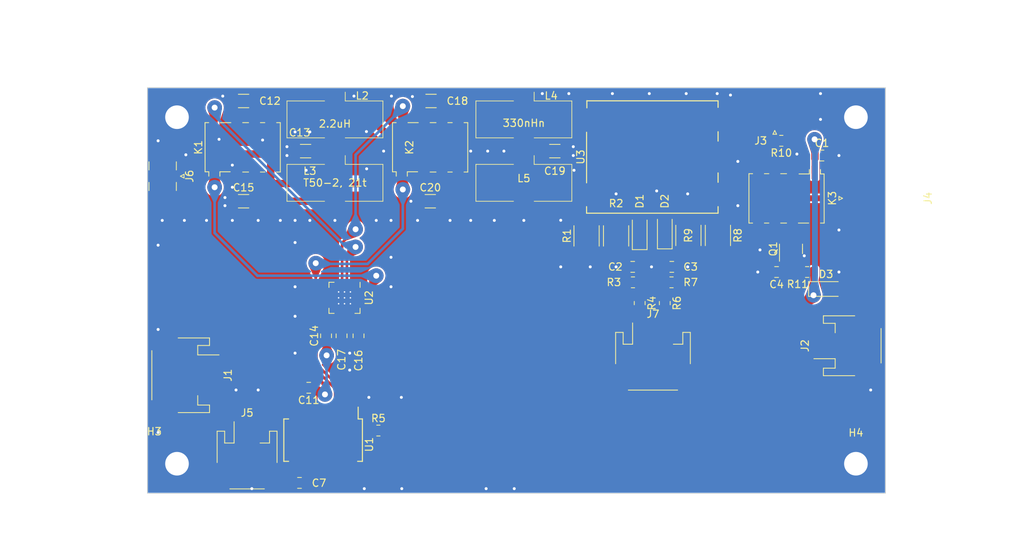
<source format=kicad_pcb>
(kicad_pcb (version 20221018) (generator pcbnew)
  (layers (0 "F.Cu" signal) (31 "B.Cu" signal) (34 "B.Paste" user) (35 "F.Paste" user) (36 "B.SilkS" user "B.Silkscreen") (37 "F.SilkS" user "F.Silkscreen") (38 "B.Mask" user) (39 "F.Mask" user) (44 "Edge.Cuts" user))
  (net 0 "")
  (net 1 "+5V_TX")
  (net 2 "Earth")
  (net 3 "Net-(D1-K)")
  (net 4 "Net-(D2-K)")
  (net 5 "Net-(U1-A0)")
  (net 6 "+5V")
  (net 7 "/FLT4M_1")
  (net 8 "/FLT4M_2")
  (net 9 "Net-(U2-VCP)")
  (net 10 "/FLT4M_3")
  (net 11 "Net-(U2-VINT)")
  (net 12 "/FLT30M_1")
  (net 13 "/FLT30M_2")
  (net 14 "/FLT30M_3")
  (net 15 "Net-(D1-A)")
  (net 16 "Net-(D2-A)")
  (net 17 "SCL")
  (net 18 "SDA")
  (net 19 "/ANT")
  (net 20 "Net-(J4-In)")
  (net 21 "/FLT_IN")
  (net 22 "/FWD")
  (net 23 "/REF")
  (net 24 "/S80M")
  (net 25 "/FLT_OUT")
  (net 26 "/R80M")
  (net 27 "/S10M")
  (net 28 "/R10M")
  (net 29 "/OUT")
  (net 30 "/S_80M")
  (net 31 "/R_80M")
  (net 33 "/R_10M")
  (net 34 "/S_10M")
  (net 51 "Net-(Q1-G)")
  (footprint "Resistor_SMD:R_1812_4532Metric" (layer "F.Cu") (at 213.5 79.1 90)
    (fp_text reference "R2")
    (fp_text value "101")
  )
  (footprint "Resistor_SMD:R_0805_2012Metric" (layer "F.Cu") (at 239.3875 84 180)
    (fp_text reference "R11")
    (fp_text value "102")
  )
  (footprint "MountingHole:MountingHole_3.2mm_M3_Pad" (layer "F.Cu") (at 154 110)
    (fp_text reference "H3")
    (fp_text value "MH")
  )
  (footprint "MountingHole:MountingHole_3.2mm_M3_Pad" (layer "F.Cu") (at 246 63)
    (fp_text reference "H2" hide)
    (fp_text value "MH")
  )
  (footprint "Diode_SMD:D_SOD-123" (layer "F.Cu") (at 220.1 78.5 90)
    (fp_text reference "D2")
    (fp_text value "D")
  )
  (footprint "Package_SO:SSOP-28_5.3x10.2mm_P0.65mm" (layer "F.Cu") (at 173.8 106.8 -90)
    (fp_text reference "U1")
    (fp_text value "MCP23017_SS")
  )
  (footprint "Capacitor_SMD:C_0805_2012Metric" (layer "F.Cu") (at 178.6 92.65 90)
    (fp_text reference "C16")
    (fp_text value "106")
  )
  (footprint "Resistor_SMD:R_0805_2012Metric" (layer "F.Cu") (at 216.7 88.2125 -90)
    (fp_text reference "R4")
    (fp_text value "102")
  )
  (footprint "MountingHole:MountingHole_3.2mm_M3_Pad" (layer "F.Cu") (at 246 110)
    (fp_text reference "H4")
    (fp_text value "MH")
  )
  (footprint "Capacitor_SMD:C_0805_2012Metric" (layer "F.Cu") (at 235.25 84 180)
    (fp_text reference "C4")
    (fp_text value "104")
  )
  (footprint "Connector_Coaxial:SMA_Amphenol_132289_EdgeMount" (layer "F.Cu") (at 235 61.6 90)
    (fp_text reference "J3")
    (fp_text value "ANTENNA")
  )
  (footprint "Capacitor_SMD:C_0805_2012Metric" (layer "F.Cu") (at 170.6 112.6)
    (fp_text reference "C7")
    (fp_text value "104")
  )
  (footprint "Connector_JST:JST_PH_S2B-PH-SM4-TB_1x02-1MP_P2.00mm_Horizontal" (layer "F.Cu") (at 244.9 94 90)
    (fp_text reference "J2")
    (fp_text value "+5V_TX")
  )
  (footprint "Relay_SMD:Relay_DPDT_Omron_G6K-2F-Y" (layer "F.Cu") (at 236.6 74 -90)
    (fp_text reference "K3")
    (fp_text value "HFD4-4/5")
  )
  (footprint "Resistor_SMD:R_1812_4532Metric" (layer "F.Cu") (at 209.5 79.1 90)
    (fp_text reference "R1")
    (fp_text value "101")
  )
  (footprint "Diode_SMD:D_SOD-123" (layer "F.Cu") (at 216.7 78.6 90)
    (fp_text reference "D1")
    (fp_text value "D")
  )
  (footprint "Capacitor_SMD:C_0805_2012Metric" (layer "F.Cu") (at 174.2 92.65 -90)
    (fp_text reference "C14")
    (fp_text value "104")
  )
  (footprint "Connector_JST:JST_PH_S3B-PH-SM4-TB_1x03-1MP_P2.00mm_Horizontal" (layer "F.Cu") (at 218.5 95.5)
    (fp_text reference "J7")
    (fp_text value "Conn_01x03_MountingPin")
  )
  (footprint "Capacitor_SMD:C_0805_2012Metric" (layer "F.Cu") (at 176.3 92.65 90)
    (fp_text reference "C17")
    (fp_text value "104")
  )
  (footprint "Connector_Coaxial:SMA_Amphenol_132289_EdgeMount" (layer "F.Cu") (at 247.4 74)
    (fp_text reference "J4")
    (fp_text value "RX_BPF")
  )
  (footprint "Capacitor_SMD:C_1206_3216Metric" (layer "F.Cu") (at 188.325 74.4)
    (fp_text reference "C20")
    (fp_text value "100p")
  )
  (footprint "Capacitor_SMD:C_0805_2012Metric" (layer "F.Cu") (at 241.4 68.2)
    (fp_text reference "C1")
    (fp_text value "104")
  )
  (footprint "PhilsFootprintLibrary:Balun_5PIN_BN-43-202_SMD_SWR_Bridge" (layer "F.Cu") (at 218.4 68.4 180)
    (fp_text reference "U3")
    (fp_text value "1T:20T, BN-43-202")
  )
  (footprint "Connector_JST:JST_PH_S3B-PH-SM4-TB_1x03-1MP_P2.00mm_Horizontal" (layer "F.Cu") (at 155.1 98 -90)
    (fp_text reference "J1")
    (fp_text value "SPI")
  )
  (footprint "Capacitor_SMD:C_1206_3216Metric" (layer "F.Cu") (at 163.025 74.4)
    (fp_text reference "C15")
    (fp_text value "102")
  )
  (footprint "Capacitor_SMD:C_0805_2012Metric" (layer "F.Cu") (at 171.85 99.7 180)
    (fp_text reference "C11")
    (fp_text value "104")
  )
  (footprint "Capacitor_SMD:C_1206_3216Metric" (layer "F.Cu") (at 163.025 60.8)
    (fp_text reference "C12")
    (fp_text value "102")
  )
  (footprint "Resistor_SMD:R_1812_4532Metric" (layer "F.Cu") (at 223.3 79.0375 -90)
    (fp_text reference "R9")
    (fp_text value "101")
  )
  (footprint "Capacitor_SMD:C_1206_3216Metric" (layer "F.Cu") (at 188.425 60.8)
    (fp_text reference "C18")
    (fp_text value "100p")
  )
  (footprint "MountingHole:MountingHole_3.2mm_M3_Pad" (layer "F.Cu") (at 154 63)
    (fp_text reference "H1" hide)
    (fp_text value "MH")
  )
  (footprint "Capacitor_SMD:C_0805_2012Metric" (layer "F.Cu") (at 221.05 83.3 180)
    (fp_text reference "C3")
    (fp_text value "104")
  )
  (footprint "Resistor_SMD:R_0805_2012Metric" (layer "F.Cu") (at 220.1 88.2125 -90)
    (fp_text reference "R6")
    (fp_text value "102")
  )
  (footprint "Package_TO_SOT_SMD:SOT-23" (layer "F.Cu") (at 237.2 80.8625 90)
    (fp_text reference "Q1")
    (fp_text value "BSS138")
  )
  (footprint "Resistor_SMD:R_0805_2012Metric" (layer "F.Cu") (at 221.0125 85.4)
    (fp_text reference "R7")
    (fp_text value "223")
  )
  (footprint "PhilsFootprintLibrary:L_T50_L13_W8_P5mm" (layer "F.Cu") (at 201 63.3 -90)
    (fp_text reference "L4")
    (fp_text value "330nHn")
  )
  (footprint "Resistor_SMD:R_0805_2012Metric" (layer "F.Cu") (at 181.2875 105.5)
    (fp_text reference "R5")
    (fp_text value "103")
  )
  (footprint "Connector_Coaxial:SMA_Samtec_SMA-J-P-X-ST-EM1_EdgeMount" (layer "F.Cu") (at 152.2 71 -90)
    (fp_text reference "J6")
    (fp_text value "TX_AMP_IN")
  )
  (footprint "PhilsFootprintLibrary:L_T50_L13_W8_P5mm" (layer "F.Cu") (at 201 71.9 -90)
    (fp_text reference "L5")
    (fp_text value "330n, 6t on 10mm")
  )
  (footprint "Package_DFN_QFN:Texas_S-PWQFN-N16_EP2.1x2.1mm_ThermalVias" (layer "F.Cu") (at 176.7 87.5 -90)
    (fp_text reference "U2")
    (fp_text value "DRV8833RTY")
  )
  (footprint "PhilsFootprintLibrary:L_T50_L13_W8_P5mm" (layer "F.Cu") (at 175.4 71.9 -90)
    (fp_text reference "L3")
    (fp_text value "T50-2, 21t")
  )
  (footprint "Connector_JST:JST_PH_S2B-PH-SM4-TB_1x02-1MP_P2.00mm_Horizontal" (layer "F.Cu") (at 163.5 108.9)
    (fp_text reference "J5")
    (fp_text value "+5V")
  )
  (footprint "Relay_SMD:Relay_DPDT_Omron_G6K-2F-Y" (layer "F.Cu") (at 162.9 67.1 90)
    (fp_text reference "K1")
    (fp_text value "HFD4-4/5-LS")
  )
  (footprint "Capacitor_SMD:C_0805_2012Metric" (layer "F.Cu") (at 215.75 83.3 180)
    (fp_text reference "C2")
    (fp_text value "104")
  )
  (footprint "Relay_SMD:Relay_DPDT_Omron_G6K-2F-Y" (layer "F.Cu") (at 188.3 67.1 90)
    (fp_text reference "K2")
    (fp_text value "HFD4-4/5-LS")
  )
  (footprint "Capacitor_SMD:C_1206_3216Metric" (layer "F.Cu") (at 171.425 67.6)
    (fp_text reference "C13")
    (fp_text value "152")
  )
  (footprint "Diode_SMD:D_SOD-123" (layer "F.Cu") (at 241.95 86.3)
    (fp_text reference "D3")
    (fp_text value "1N4148W")
  )
  (footprint "Resistor_SMD:R_0805_2012Metric" (layer "F.Cu") (at 215.7875 85.4)
    (fp_text reference "R3")
    (fp_text value "223")
  )
  (footprint "Resistor_SMD:R_0805_2012Metric" (layer "F.Cu") (at 235.8875 66.2 180)
    (fp_text reference "R10")
    (fp_text value "104")
  )
  (footprint "Capacitor_SMD:C_1206_3216Metric" (layer "F.Cu") (at 205.2 67.6 180)
    (fp_text reference "C19")
    (fp_text value "220p")
  )
  (footprint "Resistor_SMD:R_1812_4532Metric" (layer "F.Cu") (at 227.3 79.0375 -90)
    (fp_text reference "R8")
    (fp_text value "101")
  )
  (footprint "PhilsFootprintLibrary:L_T50_L13_W8_P5mm" (layer "F.Cu") (at 175.4 63.3 -90)
    (fp_text reference "L2")
    (fp_text value "2.2uH")
  )
  (gr_line locked (start 150 114) (end 150 59) (stroke (width 0.1)) (layer "Edge.Cuts"))
  (gr_line (start 250 114) (end 150 114) (stroke (width 0.1)) (layer "Edge.Cuts"))
  (gr_line (start 250 59) (end 250 114) (stroke (width 0.1)) (layer "Edge.Cuts"))
  (gr_line locked (start 150 59) (end 250 59) (stroke (width 0.1)) (layer "Edge.Cuts"))
  (segment (start 240.25 84.05) (end 240.3 84) (width 0.8) (layer "F.Cu") (net 1))
  (segment (start 238.8 95) (end 242.05 95) (width 0.8) (layer "F.Cu") (net 1))
  (segment (start 238.8 88.6) (end 238.8 95) (width 0.8) (layer "F.Cu") (net 1))
  (segment (start 240.4 66) (end 240.4 70.5) (width 0.8) (layer "F.Cu") (net 1))
  (segment (start 240.25 87.15) (end 240.25 84.05) (width 0.8) (layer "F.Cu") (net 1))
  (segment (start 240.25 87.15) (end 238.8 88.6) (width 0.8) (layer "F.Cu") (net 1))
  (via (at 240.25 87.15) (size 2) (drill 0.8) (layers "F.Cu" "B.Cu") (net 1))
  (via (at 240.4 66) (size 2) (drill 0.8) (layers "F.Cu" "B.Cu") (net 1))
  (segment (start 240.446446 66.046446) (end 240.446446 86.953554) (width 0.8) (layer "B.Cu") (net 1))
  (segment (start 240.446446 86.953554) (end 240.25 87.15) (width 0.8) (layer "B.Cu") (net 1))
  (segment (start 240.4 66) (end 240.446446 66.046446) (width 0.8) (layer "B.Cu") (net 1))
  (segment (start 177.4 91.18419) (end 177.4 93.6) (width 0.35) (layer "F.Cu") (net 2))
  (segment (start 176.3 93.6) (end 177.4 93.6) (width 0.35) (layer "F.Cu") (net 2))
  (segment (start 177.4 93.6) (end 178.6 93.6) (width 0.35) (layer "F.Cu") (net 2))
  (segment (start 177.025 89.3625) (end 177.025 90.80919) (width 0.35) (layer "F.Cu") (net 2))
  (segment (start 177.025 90.80919) (end 177.4 91.18419) (width 0.35) (layer "F.Cu") (net 2))
  (via (at 181 77) (size 0.8) (drill 0.4) (layers "F.Cu" "B.Cu") (net 2))
  (via (at 213.5 83.3) (size 0.8) (drill 0.4) (layers "F.Cu" "B.Cu") (net 2))
  (via (at 152 77) (size 0.8) (drill 0.4) (layers "F.Cu" "B.Cu") (net 2))
  (via (at 160.5 73.9) (size 0.8) (drill 0.4) (layers "F.Cu" "B.Cu") (net 2))
  (via (at 161.5 72.5) (size 0.8) (drill 0.4) (layers "F.Cu" "B.Cu") (net 2))
  (via (at 165 77) (size 0.8) (drill 0.4) (layers "F.Cu" "B.Cu") (net 2))
  (via (at 213.5 73.4) (size 0.8) (drill 0.4) (layers "F.Cu" "B.Cu") (net 2))
  (via (at 207.7 68.2) (size 0.8) (drill 0.4) (layers "F.Cu" "B.Cu") (net 2))
  (via (at 183 86) (size 0.8) (drill 0.4) (layers "F.Cu" "B.Cu") (net 2))
  (via (at 198.3 67.6) (size 0.8) (drill 0.4) (layers "F.Cu" "B.Cu") (net 2))
  (via (at 170 86) (size 0.8) (drill 0.4) (layers "F.Cu" "B.Cu") (net 2))
  (via (at 239 81.8) (size 0.8) (drill 0.4) (layers "F.Cu" "B.Cu") (net 2))
  (via (at 191 77) (size 0.8) (drill 0.4) (layers "F.Cu" "B.Cu") (net 2))
  (via (at 223.2 73.4) (size 0.8) (drill 0.4) (layers "F.Cu" "B.Cu") (net 2))
  (via (at 218 59.8) (size 0.8) (drill 0.4) (layers "F.Cu" "B.Cu") (net 2))
  (via (at 241.2 63.3) (size 0.8) (drill 0.4) (layers "F.Cu" "B.Cu") (net 2))
  (via (at 223.2 83.3) (size 0.8) (drill 0.4) (layers "F.Cu" "B.Cu") (net 2))
  (via (at 207.1 59.8) (size 0.8) (drill 0.4) (layers "F.Cu" "B.Cu") (net 2))
  (via (at 162 100) (size 0.8) (drill 0.4) (layers "F.Cu" "B.Cu") (net 2))
  (via (at 203.5 59.8) (size 0.8) (drill 0.4) (layers "F.Cu" "B.Cu") (net 2))
  (via (at 233 81) (size 0.8) (drill 0.4) (layers "F.Cu" "B.Cu") (net 2))
  (via (at 248 100) (size 0.8) (drill 0.4) (layers "F.Cu" "B.Cu") (net 2))
  (via (at 179.67 64.95) (size 0.8) (drill 0.4) (layers "F.Cu" "B.Cu") (net 2))
  (via (at 213 59.8) (size 0.8) (drill 0.4) (layers "F.Cu" "B.Cu") (net 2))
  (via (at 232.7 84) (size 0.8) (drill 0.4) (layers "F.Cu" "B.Cu") (net 2))
  (via (at 219 73) (size 0.8) (drill 0.4) (layers "F.Cu" "B.Cu") (net 2))
  (via (at 241.2 59.8) (size 0.8) (drill 0.4) (layers "F.Cu" "B.Cu") (net 2))
  (via (at 161.5 69.5) (size 0.8) (drill 0.4) (layers "F.Cu" "B.Cu") (net 2))
  (via (at 223 59.8) (size 0.8) (drill 0.4) (layers "F.Cu" "B.Cu") (net 2))
  (via (at 184.46 113.38) (size 0.8) (drill 0.4) (layers "F.Cu" "B.Cu") (net 2))
  (via (at 170 77) (size 0.8) (drill 0.4) (layers "F.Cu" "B.Cu") (net 2))
  (via (at 229 60) (size 0.8) (drill 0.4) (layers "F.Cu" "B.Cu") (net 2))
  (via (at 161.5 77) (size 0.8) (drill 0.4) (layers "F.Cu" "B.Cu") (net 2))
  (via (at 183 82) (size 0.8) (drill 0.4) (layers "F.Cu" "B.Cu") (net 2))
  (via (at 184.4 101) (size 0.8) (drill 0.4) (layers "F.Cu" "B.Cu") (net 2))
  (via (at 151.44 80.36) (size 0.8) (drill 0.4) (layers "F.Cu" "B.Cu") (net 2))
  (via (at 243.7 84) (size 0.8) (drill 0.4) (layers "F.Cu" "B.Cu") (net 2))
  (via (at 168 77) (size 0.8) (drill 0.4) (layers "F.Cu" "B.Cu") (net 2))
  (via (at 230 75) (size 0.8) (drill 0.4) (layers "F.Cu" "B.Cu") (net 2))
  (via (at 196.1 67.6) (size 0.8) (drill 0.4) (layers "F.Cu" "B.Cu") (net 2))
  (via (at 218.3 83.3) (size 0.8) (drill 0.4) (layers "F.Cu" "B.Cu") (net 2))
  (via (at 164.14 113.38) (size 0.8) (drill 0.4) (layers "F.Cu" "B.Cu") (net 2))
  (via (at 151.44 105.76) (size 0.8) (drill 0.4) (layers "F.Cu" "B.Cu") (net 2))
  (via (at 155.2 68.1) (size 0.8) (drill 0.4) (layers "F.Cu" "B.Cu") (net 2))
  (via (at 230 69) (size 0.8) (drill 0.4) (layers "F.Cu" "B.Cu") (net 2))
  (via (at 183 77) (size 0.8) (drill 0.4) (layers "F.Cu" "B.Cu") (net 2))
  (via (at 207.8 70.2) (size 0.8) (drill 0.4) (layers "F.Cu" "B.Cu") (net 2))
  (via (at 179.38 113.38) (size 0.8) (drill 0.4) (layers "F.Cu" "B.Cu") (net 2))
  (via (at 151.44 91.79) (size 0.8) (drill 0.4) (layers "F.Cu" "B.Cu") (net 2))
  (via (at 151.44 66.2) (size 0.8) (drill 0.4) (layers "F.Cu" "B.Cu") (net 2))
  (via (at 177.98 60.14) (size 0.8) (drill 0.4) (layers "F.Cu" "B.Cu") (net 2))
  (via (at 186.6 77) (size 0.8) (drill 0.4) (layers "F.Cu" "B.Cu") (net 2))
  (via (at 210 83.3) (size 0.8) (drill 0.4) (layers "F.Cu" "B.Cu") (net 2))
  (via (at 165 100) (size 0.8) (drill 0.4) (layers "F.Cu" "B.Cu") (net 2))
  (via (at 201 77) (size 0.8) (drill 0.4) (layers "F.Cu" "B.Cu") (net 2))
  (via (at 180 101) (size 0.8) (drill 0.4) (layers "F.Cu" "B.Cu") (net 2))
  (via (at 183.06 60.14) (size 0.8) (drill 0.4) (layers "F.Cu" "B.Cu") (net 2))
  (via (at 179.7 70) (size 0.8) (drill 0.4) (layers "F.Cu" "B.Cu") (net 2))
  (via (at 171.5 70.2) (size 0.8) (drill 0.4) (layers "F.Cu" "B.Cu") (net 2))
  (via (at 195.89 113.38) (size 0.8) (drill 0.4) (layers "F.Cu" "B.Cu") (net 2))
  (via (at 170 65) (size 0.8) (drill 0.4) (layers "F.Cu" "B.Cu") (net 2))
  (via (at 177.4 95) (size 0.8) (drill 0.4) (layers "F.Cu" "B.Cu") (net 2))
  (via (at 185.9 60.2) (size 0.8) (drill 0.4) (layers "F.Cu" "B.Cu") (net 2))
  (via (at 243.7 68.2) (size 0.8) (drill 0.4) (layers "F.Cu" "B.Cu") (net 2))
  (via (at 177.4 97.3) (size 0.8) (drill 0.4) (layers "F.Cu" "B.Cu") (net 2))
  (via (at 182 67.6) (size 0.8) (drill 0.4) (layers "F.Cu" "B.Cu") (net 2))
  (via (at 172 77) (size 0.8) (drill 0.4) (layers "F.Cu" "B.Cu") (net 2))
  (via (at 193.8 67.6) (size 0.8) (drill 0.4) (layers "F.Cu" "B.Cu") (net 2))
  (via (at 172 65) (size 0.8) (drill 0.4) (layers "F.Cu" "B.Cu") (net 2))
  (via (at 170 90) (size 0.8) (drill 0.4) (layers "F.Cu" "B.Cu") (net 2))
  (via (at 199.7 113.38) (size 0.8) (drill 0.4) (layers "F.Cu" "B.Cu") (net 2))
  (via (at 185.7 74.4) (size 0.8) (drill 0.4) (layers "F.Cu" "B.Cu") (net 2))
  (via (at 175.4 77) (size 0.8) (drill 0.4) (layers "F.Cu" "B.Cu") (net 2))
  (via (at 227.2 59.8) (size 0.8) (drill 0.4) (layers "F.Cu" "B.Cu") (net 2))
  (via (at 160.5 75) (size 0.8) (drill 0.4) (layers "F.Cu" "B.Cu") (net 2))
  (via (at 207.7 67) (size 0.8) (drill 0.4) (layers "F.Cu" "B.Cu") (net 2))
  (via (at 193.8 77) (size 0.8) (drill 0.4) (layers "F.Cu" "B.Cu") (net 2))
  (via (at 160.2 60.14) (size 0.8) (drill 0.4) (layers "F.Cu" "B.Cu") (net 2))
  (via (at 170 95) (size 0.8) (drill 0.4) (layers "F.Cu" "B.Cu") (net 2))
  (via (at 238 68) (size 0.8) (drill 0.4) (layers "F.Cu" "B.Cu") (net 2))
  (via (at 206 83.3) (size 0.8) (drill 0.4) (layers "F.Cu" "B.Cu") (net 2))
  (via (at 158 77) (size 0.8) (drill 0.4) (layers "F.Cu" "B.Cu") (net 2))
  (via (at 197 77) (size 0.8) (drill 0.4) (layers "F.Cu" "B.Cu") (net 2))
  (via (at 159.7 66) (size 0.8) (drill 0.4) (layers "F.Cu" "B.Cu") (net 2))
  (via (at 155 77) (size 0.8) (drill 0.4) (layers "F.Cu" "B.Cu") (net 2))
  (via (at 165.6 66.1) (size 0.8) (drill 0.4) (layers "F.Cu" "B.Cu") (net 2))
  (via (at 170 80) (size 0.8) (drill 0.4) (layers "F.Cu" "B.Cu") (net 2))
  (via (at 206 76.98) (size 0.8) (drill 0.4) (layers "F.Cu" "B.Cu") (net 2))
  (via (at 168.9 67) (size 0.8) (drill 0.4) (layers "F.Cu" "B.Cu") (net 2))
  (via (at 168.9 68.2) (size 0.8) (drill 0.4) (layers "F.Cu" "B.Cu") (net 2))
  (via (at 243.7 78.3) (size 0.8) (drill 0.4) (layers "F.Cu" "B.Cu") (net 2))
  (segment (start 216.7 80.25) (end 216.7 87.3) (width 0.8) (layer "F.Cu") (net 3))
  (segment (start 220.1 80.15) (end 220.1 87.3) (width 0.8) (layer "F.Cu") (net 4))
  (segment (start 178.5625 87.175) (end 180.671015 87.175) (width 0.35) (layer "F.Cu") (net 5))
  (segment (start 169.575 110.4) (end 169.575 108.825) (width 0.45) (layer "F.Cu") (net 5))
  (segment (start 171.525 112.575) (end 171.55 112.6) (width 0.35) (layer "F.Cu") (net 5))
  (segment (start 169.6 108.8) (end 171.5 108.8) (width 0.45) (layer "F.Cu") (net 5))
  (segment (start 182.2 88.703985) (end 182.2 106.7) (width 0.45) (layer "F.Cu") (net 5))
  (segment (start 180.671015 87.175) (end 182.2 88.703985) (width 0.35) (layer "F.Cu") (net 5))
  (segment (start 171.525 108.825) (end 171.525 110.4) (width 0.45) (layer "F.Cu") (net 5))
  (segment (start 169.575 108.825) (end 169.6 108.8) (width 0.45) (layer "F.Cu") (net 5))
  (segment (start 182.2 106.7) (end 180.1 108.8) (width 0.45) (layer "F.Cu") (net 5))
  (segment (start 171.525 110.4) (end 171.525 112.575) (width 0.45) (layer "F.Cu") (net 5))
  (segment (start 180.1 108.8) (end 171.5 108.8) (width 0.45) (layer "F.Cu") (net 5))
  (segment (start 171.5 108.8) (end 171.525 108.825) (width 0.45) (layer "F.Cu") (net 5))
  (segment (start 172.9 105.5) (end 180.0875 105.5) (width 0.45) (layer "F.Cu") (net 6))
  (segment (start 180.0875 105.5) (end 180.2875 105.3) (width 0.45) (layer "F.Cu") (net 6))
  (segment (start 169.6 105.5) (end 166.5 108.6) (width 0.8) (layer "F.Cu") (net 6))
  (segment (start 172.825 99.725) (end 172.8 99.7) (width 0.35) (layer "F.Cu") (net 6))
  (segment (start 176.1 91.7) (end 174.2 93.6) (width 0.35) (layer "F.Cu") (net 6))
  (segment (start 174.2 93.6) (end 174.2 95.2255) (width 0.35) (layer "F.Cu") (net 6))
  (segment (start 174.0505 100.6) (end 173.7 100.6) (width 0.35) (layer "F.Cu") (net 6))
  (segment (start 172.825 105.425) (end 172.825 103.2) (width 0.45) (layer "F.Cu") (net 6))
  (segment (start 172.825 103.2) (end 172.825 99.725) (width 0.45) (layer "F.Cu") (net 6))
  (segment (start 176.375 91.675) (end 176.4 91.65) (width 0.35) (layer "F.Cu") (net 6))
  (segment (start 166.5 108.6) (end 163 108.6) (width 0.8) (layer "F.Cu") (net 6))
  (segment (start 163 108.6) (end 162.5 108.1) (width 0.8) (layer "F.Cu") (net 6))
  (segment (start 173.7 100.6) (end 172.8 99.7) (width 0.35) (layer "F.Cu") (net 6))
  (segment (start 172.9 105.5) (end 172.825 105.425) (width 0.45) (layer "F.Cu") (net 6))
  (segment (start 176.3 91.7) (end 176.1 91.7) (width 0.35) (layer "F.Cu") (net 6))
  (segment (start 174.2 95.2255) (end 174.2745 95.3) (width 0.35) (layer "F.Cu") (net 6))
  (segment (start 162.5 108.1) (end 162.5 106.05) (width 0.8) (layer "F.Cu") (net 6))
  (segment (start 172.9 105.5) (end 169.6 105.5) (width 0.8) (layer "F.Cu") (net 6))
  (segment (start 176.375 89.3625) (end 176.375 91.675) (width 0.35) (layer "F.Cu") (net 6))
  (via (at 174.2745 95.3) (size 2) (drill 0.8) (layers "F.Cu" "B.Cu") (net 6))
  (via (at 174.0505 100.6) (size 2) (drill 0.8) (layers "F.Cu" "B.Cu") (net 6))
  (segment (start 174.2745 95.3) (end 174.2745 100.376) (width 0.35) (layer "B.Cu") (net 6))
  (segment (start 174.2745 100.376) (end 174.0505 100.6) (width 0.35) (layer "B.Cu") (net 6))
  (segment (start 175.4 60.8) (end 164.5 60.8) (width 1) (layer "F.Cu") (net 7))
  (segment (start 164.5 63.6) (end 164.5 60.8) (width 1) (layer "F.Cu") (net 7))
  (segment (start 175.4 65.8) (end 173.6 65.8) (width 1) (layer "F.Cu") (net 8))
  (segment (start 173.5 69.4) (end 175.4 69.4) (width 1) (layer "F.Cu") (net 8))
  (segment (start 172.9 67.6) (end 172.9 68.8) (width 1) (layer "F.Cu") (net 8))
  (segment (start 172.9 66.5) (end 172.9 67.6) (width 1) (layer "F.Cu") (net 8))
  (segment (start 173.6 65.8) (end 172.9 66.5) (width 1) (layer "F.Cu") (net 8))
  (segment (start 172.9 68.8) (end 173.5 69.4) (width 1) (layer "F.Cu") (net 8))
  (segment (start 175.725 89.3625) (end 175.725 90.475) (width 0.35) (layer "F.Cu") (net 9))
  (segment (start 174.5 91.7) (end 174.2 91.7) (width 0.35) (layer "F.Cu") (net 9))
  (segment (start 175.725 90.475) (end 174.5 91.7) (width 0.35) (layer "F.Cu") (net 9))
  (segment (start 164.5 70.6) (end 164.5 74.4) (width 1) (layer "F.Cu") (net 10))
  (segment (start 175.4 74.4) (end 164.5 74.4) (width 1) (layer "F.Cu") (net 10))
  (segment (start 178.6 91.2) (end 178.6 91.7) (width 0.35) (layer "F.Cu") (net 11))
  (segment (start 177.675 89.3625) (end 177.675 90.275) (width 0.35) (layer "F.Cu") (net 11))
  (segment (start 177.675 90.275) (end 178.6 91.2) (width 0.35) (layer "F.Cu") (net 11))
  (segment (start 189.9 60.8) (end 201 60.8) (width 1) (layer "F.Cu") (net 12))
  (segment (start 189.9 63.6) (end 189.9 60.8) (width 1) (layer "F.Cu") (net 12))
  (segment (start 203.12 69.4) (end 203.725 68.795) (width 1) (layer "F.Cu") (net 13))
  (segment (start 203.725 68.795) (end 203.725 67.6) (width 1) (layer "F.Cu") (net 13))
  (segment (start 201 69.4) (end 203.12 69.4) (width 1) (layer "F.Cu") (net 13))
  (segment (start 203.09 65.8) (end 203.725 66.435) (width 1) (layer "F.Cu") (net 13))
  (segment (start 201 65.8) (end 203.09 65.8) (width 1) (layer "F.Cu") (net 13))
  (segment (start 203.725 66.435) (end 203.725 67.6) (width 1) (layer "F.Cu") (net 13))
  (segment (start 189.9 74.4) (end 189.9 70.6) (width 1) (layer "F.Cu") (net 14))
  (segment (start 201 74.4) (end 189.9 74.4) (width 1) (layer "F.Cu") (net 14))
  (segment (start 209.5 76.9625) (end 216.6875 76.9625) (width 0.8) (layer "F.Cu") (net 15))
  (segment (start 209.48 73.38) (end 209.48 76.9425) (width 0.8) (layer "F.Cu") (net 15))
  (segment (start 209.48 76.9425) (end 209.5 76.9625) (width 0.8) (layer "F.Cu") (net 15))
  (segment (start 216.6875 76.9625) (end 216.7 76.95) (width 0.8) (layer "F.Cu") (net 15))
  (segment (start 220.15 76.9) (end 220.1 76.85) (width 0.8) (layer "F.Cu") (net 16))
  (segment (start 227.3 76.9) (end 220.15 76.9) (width 0.8) (layer "F.Cu") (net 16))
  (segment (start 227.32 73.38) (end 227.32 76.88) (width 0.8) (layer "F.Cu") (net 16))
  (segment (start 227.32 76.88) (end 227.3 76.9) (width 0.8) (layer "F.Cu") (net 16))
  (segment (start 165.419238 96.1) (end 158.05 96.1) (width 0.45) (layer "F.Cu") (net 17))
  (segment (start 158.05 96.1) (end 157.95 96) (width 0.45) (layer "F.Cu") (net 17))
  (segment (start 170.875 103.2) (end 170.875 101.555762) (width 0.45) (layer "F.Cu") (net 17))
  (segment (start 170.875 101.555762) (end 165.419238 96.1) (width 0.45) (layer "F.Cu") (net 17))
  (segment (start 170.225 101.825) (end 166.4 98) (width 0.45) (layer "F.Cu") (net 18))
  (segment (start 166.4 98) (end 157.95 98) (width 0.45) (layer "F.Cu") (net 18))
  (segment (start 170.225 103.2) (end 170.225 101.825) (width 0.45) (layer "F.Cu") (net 18))
  (segment (start 235 61.3625) (end 235 77.5) (width 0.8) (layer "F.Cu") (net 19))
  (segment (start 237.2 70.5) (end 237.2 74) (width 0.8) (layer "F.Cu") (net 20))
  (segment (start 237.2 74) (end 237.2 79.875) (width 0.8) (layer "F.Cu") (net 20))
  (segment (start 242 74) (end 237.2 74) (width 0.8) (layer "F.Cu") (net 20))
  (segment (start 247.4 74) (end 242 74) (width 0.8) (layer "F.Cu") (net 20))
  (segment (start 166 68) (end 158.3 68) (width 1) (layer "F.Cu") (net 21))
  (segment (start 180.18 71.99) (end 167.12 71.99) (width 1) (layer "F.Cu") (net 21))
  (segment (start 166.7 68.7) (end 166 68) (width 1) (layer "F.Cu") (net 21))
  (segment (start 166.7 71.57) (end 166.7 70.6) (width 1) (layer "F.Cu") (net 21))
  (segment (start 192.1 70.6) (end 192.1 69) (width 1) (layer "F.Cu") (net 21))
  (segment (start 155.3 71) (end 151.9 71) (width 1) (layer "F.Cu") (net 21))
  (segment (start 183.57 68.6) (end 180.18 71.99) (width 1) (layer "F.Cu") (net 21))
  (segment (start 158.3 68) (end 155.3 71) (width 1) (layer "F.Cu") (net 21))
  (segment (start 166.7 70.6) (end 166.7 68.7) (width 1) (layer "F.Cu") (net 21))
  (segment (start 192.1 69) (end 191.7 68.6) (width 1) (layer "F.Cu") (net 21))
  (segment (start 167.12 71.99) (end 166.7 71.57) (width 1) (layer "F.Cu") (net 21))
  (segment (start 191.7 68.6) (end 183.57 68.6) (width 1) (layer "F.Cu") (net 21))
  (segment (start 216.7 90.2) (end 216.5 90.4) (width 0.5) (layer "F.Cu") (net 22))
  (segment (start 216.5 90.4) (end 216.5 92.15) (width 0.5) (layer "F.Cu") (net 22))
  (segment (start 216.7 89.125) (end 216.7 90.2) (width 0.5) (layer "F.Cu") (net 22))
  (segment (start 220.5 90.6) (end 220.5 92.15) (width 0.5) (layer "F.Cu") (net 23))
  (segment (start 220.1 90.2) (end 220.5 90.6) (width 0.5) (layer "F.Cu") (net 23))
  (segment (start 220.1 89.125) (end 220.1 90.2) (width 0.5) (layer "F.Cu") (net 23))
  (segment (start 179.875 86.525) (end 178.5625 86.525) (width 0.35) (layer "F.Cu") (net 24))
  (segment (start 181 85.4) (end 179.875 86.525) (width 0.35) (layer "F.Cu") (net 24))
  (segment (start 159.1 70.6) (end 159.1 72.5) (width 0.8) (layer "F.Cu") (net 24))
  (segment (start 181 84.5) (end 181 85.4) (width 0.35) (layer "F.Cu") (net 24))
  (via (at 181 84.5) (size 2) (drill 0.8) (layers "F.Cu" "B.Cu") (net 24))
  (via (at 159.1 72.5) (size 2) (drill 0.8) (layers "F.Cu" "B.Cu") (net 24))
  (segment (start 164.903984 84.5) (end 159.1 78.696016) (width 0.35) (layer "B.Cu") (net 24))
  (segment (start 159.1 78.696016) (end 159.1 72.5) (width 0.35) (layer "B.Cu") (net 24))
  (segment (start 181 84.5) (end 164.903984 84.5) (width 0.35) (layer "B.Cu") (net 24))
  (segment (start 180.53 63.43) (end 182.7 65.6) (width 1) (layer "F.Cu") (net 25))
  (segment (start 208.91 63.17) (end 209.68 62.4) (width 1) (layer "F.Cu") (net 25))
  (segment (start 191.1 65.6) (end 192.1 64.6) (width 1) (layer "F.Cu") (net 25))
  (segment (start 166.87 63.43) (end 180.53 63.43) (width 1) (layer "F.Cu") (net 25))
  (segment (start 166.7 63.6) (end 166.87 63.43) (width 1) (layer "F.Cu") (net 25))
  (segment (start 192.1 64.6) (end 192.1 63.6) (width 1) (layer "F.Cu") (net 25))
  (segment (start 192.53 63.17) (end 208.91 63.17) (width 1) (layer "F.Cu") (net 25))
  (segment (start 182.7 65.6) (end 191.1 65.6) (width 1) (layer "F.Cu") (net 25))
  (segment (start 192.1 63.6) (end 192.53 63.17) (width 1) (layer "F.Cu") (net 25))
  (segment (start 177.025 81.775) (end 177.025 85.6375) (width 0.35) (layer "F.Cu") (net 26))
  (segment (start 178.2 80.6) (end 177.025 81.775) (width 0.35) (layer "F.Cu") (net 26))
  (segment (start 159.1 63.6) (end 159.1 61.7) (width 0.8) (layer "F.Cu") (net 26))
  (via (at 159.1 61.7) (size 2) (drill 0.8) (layers "F.Cu" "B.Cu") (net 26))
  (via (at 178.2 80.6) (size 2) (drill 0.8) (layers "F.Cu" "B.Cu") (net 26))
  (segment (start 159.1 62.8) (end 159.1 61.7) (width 0.35) (layer "B.Cu") (net 26))
  (segment (start 176.9 80.6) (end 159.1 62.8) (width 0.35) (layer "B.Cu") (net 26))
  (segment (start 178.2 80.6) (end 176.9 80.6) (width 0.35) (layer "B.Cu") (net 26))
  (segment (start 172.8 82.8) (end 172.8 85.5) (width 0.35) (layer "F.Cu") (net 27))
  (segment (start 184.5 72.7) (end 184.5 70.6) (width 0.8) (layer "F.Cu") (net 27))
  (segment (start 172.8 85.5) (end 173.825 86.525) (width 0.35) (layer "F.Cu") (net 27))
  (segment (start 173.825 86.525) (end 174.8375 86.525) (width 0.35) (layer "F.Cu") (net 27))
  (segment (start 184.6 72.8) (end 184.5 72.7) (width 0.8) (layer "F.Cu") (net 27))
  (via (at 184.6 72.8) (size 2) (drill 0.8) (layers "F.Cu" "B.Cu") (net 27))
  (via (at 172.8 82.8) (size 2) (drill 0.8) (layers "F.Cu" "B.Cu") (net 27))
  (segment (start 172.8 82.8) (end 172.9 82.9) (width 0.35) (layer "B.Cu") (net 27))
  (segment (start 179.822272 82.9) (end 184.6 78.122272) (width 0.35) (layer "B.Cu") (net 27))
  (segment (start 172.9 82.9) (end 179.822272 82.9) (width 0.35) (layer "B.Cu") (net 27))
  (segment (start 184.6 78.122272) (end 184.6 72.8) (width 0.35) (layer "B.Cu") (net 27))
  (segment (start 176.375 80.025) (end 176.375 85.6375) (width 0.35) (layer "F.Cu") (net 28))
  (segment (start 184.5 63.6) (end 184.5 61.6) (width 0.8) (layer "F.Cu") (net 28))
  (segment (start 178.2 78.2) (end 176.375 80.025) (width 0.35) (layer "F.Cu") (net 28))
  (segment (start 184.5 61.6) (end 184.6 61.5) (width 0.8) (layer "F.Cu") (net 28))
  (via (at 184.6 61.5) (size 2) (drill 0.8) (layers "F.Cu" "B.Cu") (net 28))
  (via (at 178.2 78.2) (size 2) (drill 0.8) (layers "F.Cu" "B.Cu") (net 28))
  (segment (start 184.6 61.7) (end 178.2 68.1) (width 0.35) (layer "B.Cu") (net 28))
  (segment (start 178.2 68.1) (end 178.2 78.2) (width 0.35) (layer "B.Cu") (net 28))
  (segment (start 184.6 61.5) (end 184.6 61.7) (width 0.35) (layer "B.Cu") (net 28))
  (segment (start 227.32 62.32) (end 227.32 63.66) (width 1) (layer "F.Cu") (net 29))
  (segment (start 227.32 63.66) (end 229.86 66.2) (width 1) (layer "F.Cu") (net 29))
  (segment (start 232.8 67.5) (end 232.8 77.5) (width 1) (layer "F.Cu") (net 29))
  (segment (start 229.86 66.2) (end 231.5 66.2) (width 1) (layer "F.Cu") (net 29))
  (segment (start 231.5 66.2) (end 232.8 67.5) (width 1) (layer "F.Cu") (net 29))
  (segment (start 178.025 99.975) (end 181.2 96.8) (width 0.35) (layer "F.Cu") (net 30))
  (segment (start 180.543198 87.825) (end 178.5625 87.825) (width 0.35) (layer "F.Cu") (net 30))
  (segment (start 181.2 96.8) (end 181.2 88.481802) (width 0.35) (layer "F.Cu") (net 30))
  (segment (start 181.2 88.481802) (end 180.543198 87.825) (width 0.35) (layer "F.Cu") (net 30))
  (segment (start 178.025 103.2) (end 178.025 99.975) (width 0.35) (layer "F.Cu") (net 30))
  (segment (start 180.5 88.6) (end 180.375 88.475) (width 0.35) (layer "F.Cu") (net 31))
  (segment (start 177.375 103.2) (end 177.375 99.625) (width 0.35) (layer "F.Cu") (net 31))
  (segment (start 180.5 96.5) (end 180.5 88.6) (width 0.35) (layer "F.Cu") (net 31))
  (segment (start 180.375 88.475) (end 178.5625 88.475) (width 0.35) (layer "F.Cu") (net 31))
  (segment (start 177.375 99.625) (end 180.5 96.5) (width 0.35) (layer "F.Cu") (net 31))
  (segment (start 172.925 88.475) (end 174.8375 88.475) (width 0.35) (layer "F.Cu") (net 33))
  (segment (start 176.075 103.2) (end 176.075 99.675) (width 0.35) (layer "F.Cu") (net 33))
  (segment (start 172.9 96.5) (end 172.9 88.5) (width 0.35) (layer "F.Cu") (net 33))
  (segment (start 176.075 99.675) (end 172.9 96.5) (width 0.35) (layer "F.Cu") (net 33))
  (segment (start 172.9 88.5) (end 172.925 88.475) (width 0.35) (layer "F.Cu") (net 33))
  (segment (start 172.775 87.825) (end 174.8375 87.825) (width 0.35) (layer "F.Cu") (net 34))
  (segment (start 175.425 103.2) (end 175.425 99.825) (width 0.35) (layer "F.Cu") (net 34))
  (segment (start 175.425 99.825) (end 172.2 96.6) (width 0.35) (layer "F.Cu") (net 34))
  (segment (start 172.2 88.4) (end 172.775 87.825) (width 0.35) (layer "F.Cu") (net 34))
  (segment (start 172.2 96.6) (end 172.2 88.4) (width 0.35) (layer "F.Cu") (net 34))
  (segment (start 236.2 81.85) (end 236.2 84) (width 0.5) (layer "F.Cu") (net 51))
  (segment (start 236.2 84) (end 238.475 84) (width 0.8) (layer "F.Cu") (net 51))
  (segment (start 236.25 81.8) (end 236.2 81.85) (width 0.5) (layer "F.Cu") (net 51))
  (zone locked (net 2) (net_name "Earth") (layers "F&B.Cu") (connect_pads yes (clearance 0.25)) (min_thickness 0.25) (fill yes (thermal_gap 0.5) (thermal_bridge_width 0.5))
    (polygon (pts (xy 150 59) (xy 250 59) (xy 250 114) (xy 150 114) (xy 150 60)))
  )
)
</source>
